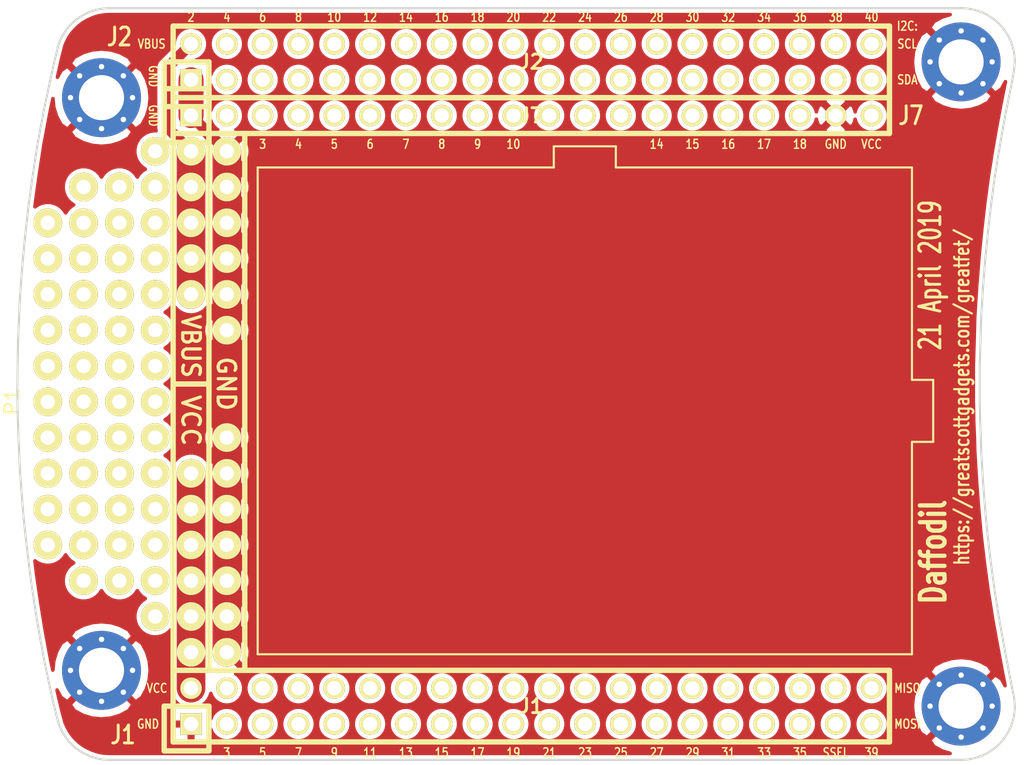
<source format=kicad_pcb>
(kicad_pcb (version 20171130) (host pcbnew 5.1.2-f72e74a~84~ubuntu18.04.1)
  (layers (0 F.Cu signal) (31 B.Cu signal) (34 B.Paste user) (35 F.Paste user) (36 B.SilkS user hide) (37 F.SilkS user) (38 B.Mask user) (39 F.Mask user) (44 Edge.Cuts user))
  (net 0 "")
  (net 1 GND)
  (net 2 VCC)
  (net 3 /VBUS)
  (net 4 /P4_9)
  (net 5 /P0_0)
  (net 6 /P4_10)
  (net 7 /P0_1)
  (net 8 /P1_0)
  (net 9 /P5_0)
  (net 10 /P5_1)
  (net 11 /P1_1)
  (net 12 /CLK0)
  (net 13 /P1_2)
  (net 14 /P1_5)
  (net 15 /P5_2)
  (net 16 /P1_7)
  (net 17 /P1_6)
  (net 18 /P1_9)
  (net 19 /P1_8)
  (net 20 /P5_3)
  (net 21 /P1_10)
  (net 22 /P1_12)
  (net 23 /P1_11)
  (net 24 /P5_5)
  (net 25 /P5_4)
  (net 26 /P1_14)
  (net 27 /P1_13)
  (net 28 /P5_6)
  (net 29 /P1_15)
  (net 30 /P5_7)
  (net 31 /P1_16)
  (net 32 /P1_18)
  (net 33 /P1_17)
  (net 34 /P9_5)
  (net 35 /P9_6)
  (net 36 /P2_0)
  (net 37 /P6_0)
  (net 38 /P1_20)
  (net 39 /P1_19)
  (net 40 /P1_4)
  (net 41 /P1_3)
  (net 42 /P4_8)
  (net 43 /P4_0)
  (net 44 /ADC0_0)
  (net 45 /P4_5)
  (net 46 /P4_4)
  (net 47 /P4_2)
  (net 48 /P4_3)
  (net 49 /P4_6)
  (net 50 /P4_7)
  (net 51 /CLK2)
  (net 52 /P2_8)
  (net 53 /P2_7)
  (net 54 /P2_6)
  (net 55 /P7_7)
  (net 56 /WAKEUP0)
  (net 57 /P2_5)
  (net 58 /P2_4)
  (net 59 /P2_3)
  (net 60 /PF_4)
  (net 61 /P3_2)
  (net 62 /P7_2)
  (net 63 /P3_1)
  (net 64 /P7_1)
  (net 65 /P3_0)
  (net 66 /P7_0)
  (net 67 /P3_4)
  (net 68 /P6_8)
  (net 69 /P3_7)
  (net 70 /P6_7)
  (net 71 /P3_3)
  (net 72 /P2_2)
  (net 73 /P6_6)
  (net 74 /P2_1)
  (net 75 /P6_3)
  (net 76 /P3_5)
  (net 77 /P3_6)
  (net 78 /I2C0_SDA)
  (net 79 /I2C0_SCL)
  (net 80 /P6_4)
  (net 81 /P6_5)
  (net 82 /ADC0_5)
  (net 83 /ADC0_2)
  (net 84 /P2_9)
  (net 85 /P2_12)
  (net 86 /P2_13)
  (net 87 /RTC_ALARM)
  (net 88 /RESET)
  (net 89 /VBAT)
  (net 90 /P2_11)
  (net 91 /P2_10)
  (net 92 /P6_10)
  (net 93 /P6_9)
  (net 94 /P6_2)
  (net 95 /P6_1)
  (net 96 "Net-(P1-Pad31)")
  (net 97 "Net-(P1-Pad32)")
  (net 98 "Net-(P1-Pad33)")
  (net 99 "Net-(P1-Pad34)")
  (net 100 "Net-(P1-Pad35)")
  (net 101 "Net-(P1-Pad36)")
  (net 102 "Net-(P1-Pad37)")
  (net 103 "Net-(P1-Pad38)")
  (net 104 "Net-(P1-Pad39)")
  (net 105 "Net-(P1-Pad40)")
  (net 106 "Net-(P1-Pad41)")
  (net 107 "Net-(P1-Pad42)")
  (net 108 "Net-(P1-Pad43)")
  (net 109 "Net-(P1-Pad44)")
  (net 110 "Net-(P1-Pad47)")
  (net 111 "Net-(P1-Pad48)")
  (net 112 "Net-(P1-Pad49)")
  (net 113 "Net-(P1-Pad50)")
  (net 114 "Net-(P1-Pad51)")
  (net 115 "Net-(P1-Pad52)")
  (net 116 "Net-(P1-Pad53)")
  (net 117 "Net-(P1-Pad54)")
  (net 118 "Net-(P1-Pad55)")
  (net 119 "Net-(P1-Pad56)")
  (net 120 "Net-(P1-Pad57)")
  (net 121 "Net-(P1-Pad58)")
  (net 122 "Net-(P1-Pad61)")
  (net 123 "Net-(P1-Pad62)")
  (net 124 "Net-(P1-Pad64)")
  (net 125 "Net-(P1-Pad65)")
  (net 126 "Net-(P1-Pad66)")
  (net 127 "Net-(P1-Pad67)")
  (net 128 "Net-(P1-Pad68)")
  (net 129 "Net-(P1-Pad69)")
  (net 130 "Net-(P1-Pad70)")
  (net 131 "Net-(P1-Pad71)")
  (net 132 "Net-(P1-Pad72)")
  (net 133 "Net-(P1-Pad45)")
  (net 134 /32KHZ)
  (net 135 "Net-(P1-Pad25)")
  (net 136 "Net-(P1-Pad26)")
  (net 137 "Net-(P1-Pad27)")
  (net 138 "Net-(P1-Pad28)")
  (net 139 "Net-(P1-Pad29)")
  (net 140 "Net-(P1-Pad30)")
  (net 141 "Net-(P1-Pad63)")
  (net 142 "Net-(P1-Pad46)")
  (net 143 "Net-(P1-Pad59)")
  (net 144 "Net-(P1-Pad60)")
  (module gsg-modules:HEADER-1x20 (layer F.Cu) (at 146.05 76.2)
    (fp_text reference J7 (at 0 0) (layer F.SilkS) (effects (font (size 1.016 1.016) (thickness 0.2032))))
    (fp_text value BONUS_ROW hide)
    (pad 1 thru_hole rect (at -24.13 0) (size 1.524 1.524) (drill 1.016) (layers *.Cu *.Mask F.SilkS) (net 1 GND))
    (pad 2 thru_hole circle (at -21.59 0) (size 1.524 1.524) (drill 1.016) (layers *.Cu *.Mask F.SilkS) (net 80 /P6_4))
    (pad 3 thru_hole circle (at -19.05 0) (size 1.524 1.524) (drill 1.016) (layers *.Cu *.Mask F.SilkS) (net 81 /P6_5))
    (pad 4 thru_hole circle (at -16.51 0) (size 1.524 1.524) (drill 1.016) (layers *.Cu *.Mask F.SilkS) (net 82 /ADC0_5))
    (pad 5 thru_hole circle (at -13.97 0) (size 1.524 1.524) (drill 1.016) (layers *.Cu *.Mask F.SilkS) (net 83 /ADC0_2))
    (pad 6 thru_hole circle (at -11.43 0) (size 1.524 1.524) (drill 1.016) (layers *.Cu *.Mask F.SilkS) (net 84 /P2_9))
    (pad 7 thru_hole circle (at -8.89 0) (size 1.524 1.524) (drill 1.016) (layers *.Cu *.Mask F.SilkS) (net 85 /P2_12))
    (pad 8 thru_hole circle (at -6.35 0) (size 1.524 1.524) (drill 1.016) (layers *.Cu *.Mask F.SilkS) (net 86 /P2_13))
    (pad 9 thru_hole circle (at -3.81 0) (size 1.524 1.524) (drill 1.016) (layers *.Cu *.Mask F.SilkS) (net 87 /RTC_ALARM))
    (pad 10 thru_hole circle (at -1.27 0) (size 1.524 1.524) (drill 1.016) (layers *.Cu *.Mask F.SilkS) (net 134 /32KHZ))
    (pad 11 thru_hole circle (at 1.27 0) (size 1.524 1.524) (drill 1.016) (layers *.Cu *.Mask F.SilkS) (net 88 /RESET))
    (pad 12 thru_hole circle (at 3.81 0) (size 1.524 1.524) (drill 1.016) (layers *.Cu *.Mask F.SilkS) (net 89 /VBAT))
    (pad 13 thru_hole circle (at 6.35 0) (size 1.524 1.524) (drill 1.016) (layers *.Cu *.Mask F.SilkS) (net 90 /P2_11))
    (pad 14 thru_hole circle (at 8.89 0) (size 1.524 1.524) (drill 1.016) (layers *.Cu *.Mask F.SilkS) (net 91 /P2_10))
    (pad 15 thru_hole circle (at 11.43 0) (size 1.524 1.524) (drill 1.016) (layers *.Cu *.Mask F.SilkS) (net 92 /P6_10))
    (pad 16 thru_hole circle (at 13.97 0) (size 1.524 1.524) (drill 1.016) (layers *.Cu *.Mask F.SilkS) (net 93 /P6_9))
    (pad 17 thru_hole circle (at 16.51 0) (size 1.524 1.524) (drill 1.016) (layers *.Cu *.Mask F.SilkS) (net 94 /P6_2))
    (pad 18 thru_hole circle (at 19.05 0) (size 1.524 1.524) (drill 1.016) (layers *.Cu *.Mask F.SilkS) (net 95 /P6_1))
    (pad 19 thru_hole circle (at 21.59 0) (size 1.524 1.524) (drill 1.016) (layers *.Cu *.Mask F.SilkS) (net 1 GND))
    (pad 20 thru_hole circle (at 24.13 0) (size 1.524 1.524) (drill 1.016) (layers *.Cu *.Mask F.SilkS) (net 2 VCC))
  )
  (module gsg-modules:HEADER-2x20 (layer F.Cu) (at 146.05 118.11)
    (fp_text reference J1 (at 0 0) (layer F.SilkS) (effects (font (size 1.016 1.016) (thickness 0.2032))))
    (fp_text value NEIGHBOR1 hide)
    (pad 1 thru_hole rect (at -24.13 1.27) (size 1.524 1.524) (drill 1.016) (layers *.Cu *.Mask F.SilkS) (net 1 GND))
    (pad 2 thru_hole circle (at -24.13 -1.27) (size 1.524 1.524) (drill 1.016) (layers *.Cu *.Mask F.SilkS) (net 2 VCC))
    (pad 3 thru_hole circle (at -21.59 1.27) (size 1.524 1.524) (drill 1.016) (layers *.Cu *.Mask F.SilkS) (net 4 /P4_9))
    (pad 4 thru_hole circle (at -21.59 -1.27) (size 1.524 1.524) (drill 1.016) (layers *.Cu *.Mask F.SilkS) (net 5 /P0_0))
    (pad 5 thru_hole circle (at -19.05 1.27) (size 1.524 1.524) (drill 1.016) (layers *.Cu *.Mask F.SilkS) (net 6 /P4_10))
    (pad 6 thru_hole circle (at -19.05 -1.27) (size 1.524 1.524) (drill 1.016) (layers *.Cu *.Mask F.SilkS) (net 7 /P0_1))
    (pad 7 thru_hole circle (at -16.51 1.27) (size 1.524 1.524) (drill 1.016) (layers *.Cu *.Mask F.SilkS) (net 8 /P1_0))
    (pad 8 thru_hole circle (at -16.51 -1.27) (size 1.524 1.524) (drill 1.016) (layers *.Cu *.Mask F.SilkS) (net 9 /P5_0))
    (pad 9 thru_hole circle (at -13.97 1.27) (size 1.524 1.524) (drill 1.016) (layers *.Cu *.Mask F.SilkS) (net 10 /P5_1))
    (pad 10 thru_hole circle (at -13.97 -1.27) (size 1.524 1.524) (drill 1.016) (layers *.Cu *.Mask F.SilkS) (net 11 /P1_1))
    (pad 11 thru_hole circle (at -11.43 1.27) (size 1.524 1.524) (drill 1.016) (layers *.Cu *.Mask F.SilkS) (net 12 /CLK0))
    (pad 12 thru_hole circle (at -11.43 -1.27) (size 1.524 1.524) (drill 1.016) (layers *.Cu *.Mask F.SilkS) (net 13 /P1_2))
    (pad 13 thru_hole circle (at -8.89 1.27) (size 1.524 1.524) (drill 1.016) (layers *.Cu *.Mask F.SilkS) (net 14 /P1_5))
    (pad 14 thru_hole circle (at -8.89 -1.27) (size 1.524 1.524) (drill 1.016) (layers *.Cu *.Mask F.SilkS) (net 15 /P5_2))
    (pad 15 thru_hole circle (at -6.35 1.27) (size 1.524 1.524) (drill 1.016) (layers *.Cu *.Mask F.SilkS) (net 16 /P1_7))
    (pad 16 thru_hole circle (at -6.35 -1.27) (size 1.524 1.524) (drill 1.016) (layers *.Cu *.Mask F.SilkS) (net 17 /P1_6))
    (pad 17 thru_hole circle (at -3.81 1.27) (size 1.524 1.524) (drill 1.016) (layers *.Cu *.Mask F.SilkS) (net 18 /P1_9))
    (pad 18 thru_hole circle (at -3.81 -1.27) (size 1.524 1.524) (drill 1.016) (layers *.Cu *.Mask F.SilkS) (net 19 /P1_8))
    (pad 19 thru_hole circle (at -1.27 1.27) (size 1.524 1.524) (drill 1.016) (layers *.Cu *.Mask F.SilkS) (net 20 /P5_3))
    (pad 20 thru_hole circle (at -1.27 -1.27) (size 1.524 1.524) (drill 1.016) (layers *.Cu *.Mask F.SilkS) (net 21 /P1_10))
    (pad 21 thru_hole circle (at 1.27 1.27) (size 1.524 1.524) (drill 1.016) (layers *.Cu *.Mask F.SilkS) (net 22 /P1_12))
    (pad 22 thru_hole circle (at 1.27 -1.27) (size 1.524 1.524) (drill 1.016) (layers *.Cu *.Mask F.SilkS) (net 23 /P1_11))
    (pad 23 thru_hole circle (at 3.81 1.27) (size 1.524 1.524) (drill 1.016) (layers *.Cu *.Mask F.SilkS) (net 24 /P5_5))
    (pad 24 thru_hole circle (at 3.81 -1.27) (size 1.524 1.524) (drill 1.016) (layers *.Cu *.Mask F.SilkS) (net 25 /P5_4))
    (pad 25 thru_hole circle (at 6.35 1.27) (size 1.524 1.524) (drill 1.016) (layers *.Cu *.Mask F.SilkS) (net 26 /P1_14))
    (pad 26 thru_hole circle (at 6.35 -1.27) (size 1.524 1.524) (drill 1.016) (layers *.Cu *.Mask F.SilkS) (net 27 /P1_13))
    (pad 27 thru_hole circle (at 8.89 1.27) (size 1.524 1.524) (drill 1.016) (layers *.Cu *.Mask F.SilkS) (net 28 /P5_6))
    (pad 28 thru_hole circle (at 8.89 -1.27) (size 1.524 1.524) (drill 1.016) (layers *.Cu *.Mask F.SilkS) (net 29 /P1_15))
    (pad 29 thru_hole circle (at 11.43 1.27) (size 1.524 1.524) (drill 1.016) (layers *.Cu *.Mask F.SilkS) (net 30 /P5_7))
    (pad 30 thru_hole circle (at 11.43 -1.27) (size 1.524 1.524) (drill 1.016) (layers *.Cu *.Mask F.SilkS) (net 31 /P1_16))
    (pad 31 thru_hole circle (at 13.97 1.27) (size 1.524 1.524) (drill 1.016) (layers *.Cu *.Mask F.SilkS) (net 32 /P1_18))
    (pad 32 thru_hole circle (at 13.97 -1.27) (size 1.524 1.524) (drill 1.016) (layers *.Cu *.Mask F.SilkS) (net 33 /P1_17))
    (pad 33 thru_hole circle (at 16.51 1.27) (size 1.524 1.524) (drill 1.016) (layers *.Cu *.Mask F.SilkS) (net 34 /P9_5))
    (pad 34 thru_hole circle (at 16.51 -1.27) (size 1.524 1.524) (drill 1.016) (layers *.Cu *.Mask F.SilkS) (net 35 /P9_6))
    (pad 35 thru_hole circle (at 19.05 1.27) (size 1.524 1.524) (drill 1.016) (layers *.Cu *.Mask F.SilkS) (net 36 /P2_0))
    (pad 36 thru_hole circle (at 19.05 -1.27) (size 1.524 1.524) (drill 1.016) (layers *.Cu *.Mask F.SilkS) (net 37 /P6_0))
    (pad 37 thru_hole circle (at 21.59 1.27) (size 1.524 1.524) (drill 1.016) (layers *.Cu *.Mask F.SilkS) (net 38 /P1_20))
    (pad 38 thru_hole circle (at 21.59 -1.27) (size 1.524 1.524) (drill 1.016) (layers *.Cu *.Mask F.SilkS) (net 39 /P1_19))
    (pad 39 thru_hole circle (at 24.13 1.27) (size 1.524 1.524) (drill 1.016) (layers *.Cu *.Mask F.SilkS) (net 40 /P1_4))
    (pad 40 thru_hole circle (at 24.13 -1.27) (size 1.524 1.524) (drill 1.016) (layers *.Cu *.Mask F.SilkS) (net 41 /P1_3))
  )
  (module gsg-modules:HEADER-2x20 (layer F.Cu) (at 146.05 72.39)
    (fp_text reference J2 (at 0 0) (layer F.SilkS) (effects (font (size 1.016 1.016) (thickness 0.2032))))
    (fp_text value NEIGHBOR2 hide)
    (pad 1 thru_hole rect (at -24.13 1.27) (size 1.524 1.524) (drill 1.016) (layers *.Cu *.Mask F.SilkS) (net 1 GND))
    (pad 2 thru_hole circle (at -24.13 -1.27) (size 1.524 1.524) (drill 1.016) (layers *.Cu *.Mask F.SilkS) (net 3 /VBUS))
    (pad 3 thru_hole circle (at -21.59 1.27) (size 1.524 1.524) (drill 1.016) (layers *.Cu *.Mask F.SilkS) (net 42 /P4_8))
    (pad 4 thru_hole circle (at -21.59 -1.27) (size 1.524 1.524) (drill 1.016) (layers *.Cu *.Mask F.SilkS) (net 43 /P4_0))
    (pad 5 thru_hole circle (at -19.05 1.27) (size 1.524 1.524) (drill 1.016) (layers *.Cu *.Mask F.SilkS) (net 44 /ADC0_0))
    (pad 6 thru_hole circle (at -19.05 -1.27) (size 1.524 1.524) (drill 1.016) (layers *.Cu *.Mask F.SilkS) (net 45 /P4_5))
    (pad 7 thru_hole circle (at -16.51 1.27) (size 1.524 1.524) (drill 1.016) (layers *.Cu *.Mask F.SilkS) (net 46 /P4_4))
    (pad 8 thru_hole circle (at -16.51 -1.27) (size 1.524 1.524) (drill 1.016) (layers *.Cu *.Mask F.SilkS) (net 47 /P4_2))
    (pad 9 thru_hole circle (at -13.97 1.27) (size 1.524 1.524) (drill 1.016) (layers *.Cu *.Mask F.SilkS) (net 48 /P4_3))
    (pad 10 thru_hole circle (at -13.97 -1.27) (size 1.524 1.524) (drill 1.016) (layers *.Cu *.Mask F.SilkS) (net 49 /P4_6))
    (pad 11 thru_hole circle (at -11.43 1.27) (size 1.524 1.524) (drill 1.016) (layers *.Cu *.Mask F.SilkS) (net 50 /P4_7))
    (pad 12 thru_hole circle (at -11.43 -1.27) (size 1.524 1.524) (drill 1.016) (layers *.Cu *.Mask F.SilkS) (net 51 /CLK2))
    (pad 13 thru_hole circle (at -8.89 1.27) (size 1.524 1.524) (drill 1.016) (layers *.Cu *.Mask F.SilkS) (net 52 /P2_8))
    (pad 14 thru_hole circle (at -8.89 -1.27) (size 1.524 1.524) (drill 1.016) (layers *.Cu *.Mask F.SilkS) (net 53 /P2_7))
    (pad 15 thru_hole circle (at -6.35 1.27) (size 1.524 1.524) (drill 1.016) (layers *.Cu *.Mask F.SilkS) (net 54 /P2_6))
    (pad 16 thru_hole circle (at -6.35 -1.27) (size 1.524 1.524) (drill 1.016) (layers *.Cu *.Mask F.SilkS) (net 55 /P7_7))
    (pad 17 thru_hole circle (at -3.81 1.27) (size 1.524 1.524) (drill 1.016) (layers *.Cu *.Mask F.SilkS) (net 56 /WAKEUP0))
    (pad 18 thru_hole circle (at -3.81 -1.27) (size 1.524 1.524) (drill 1.016) (layers *.Cu *.Mask F.SilkS) (net 57 /P2_5))
    (pad 19 thru_hole circle (at -1.27 1.27) (size 1.524 1.524) (drill 1.016) (layers *.Cu *.Mask F.SilkS) (net 58 /P2_4))
    (pad 20 thru_hole circle (at -1.27 -1.27) (size 1.524 1.524) (drill 1.016) (layers *.Cu *.Mask F.SilkS) (net 59 /P2_3))
    (pad 21 thru_hole circle (at 1.27 1.27) (size 1.524 1.524) (drill 1.016) (layers *.Cu *.Mask F.SilkS) (net 60 /PF_4))
    (pad 22 thru_hole circle (at 1.27 -1.27) (size 1.524 1.524) (drill 1.016) (layers *.Cu *.Mask F.SilkS) (net 61 /P3_2))
    (pad 23 thru_hole circle (at 3.81 1.27) (size 1.524 1.524) (drill 1.016) (layers *.Cu *.Mask F.SilkS) (net 62 /P7_2))
    (pad 24 thru_hole circle (at 3.81 -1.27) (size 1.524 1.524) (drill 1.016) (layers *.Cu *.Mask F.SilkS) (net 63 /P3_1))
    (pad 25 thru_hole circle (at 6.35 1.27) (size 1.524 1.524) (drill 1.016) (layers *.Cu *.Mask F.SilkS) (net 64 /P7_1))
    (pad 26 thru_hole circle (at 6.35 -1.27) (size 1.524 1.524) (drill 1.016) (layers *.Cu *.Mask F.SilkS) (net 65 /P3_0))
    (pad 27 thru_hole circle (at 8.89 1.27) (size 1.524 1.524) (drill 1.016) (layers *.Cu *.Mask F.SilkS) (net 66 /P7_0))
    (pad 28 thru_hole circle (at 8.89 -1.27) (size 1.524 1.524) (drill 1.016) (layers *.Cu *.Mask F.SilkS) (net 67 /P3_4))
    (pad 29 thru_hole circle (at 11.43 1.27) (size 1.524 1.524) (drill 1.016) (layers *.Cu *.Mask F.SilkS) (net 68 /P6_8))
    (pad 30 thru_hole circle (at 11.43 -1.27) (size 1.524 1.524) (drill 1.016) (layers *.Cu *.Mask F.SilkS) (net 69 /P3_7))
    (pad 31 thru_hole circle (at 13.97 1.27) (size 1.524 1.524) (drill 1.016) (layers *.Cu *.Mask F.SilkS) (net 70 /P6_7))
    (pad 32 thru_hole circle (at 13.97 -1.27) (size 1.524 1.524) (drill 1.016) (layers *.Cu *.Mask F.SilkS) (net 71 /P3_3))
    (pad 33 thru_hole circle (at 16.51 1.27) (size 1.524 1.524) (drill 1.016) (layers *.Cu *.Mask F.SilkS) (net 72 /P2_2))
    (pad 34 thru_hole circle (at 16.51 -1.27) (size 1.524 1.524) (drill 1.016) (layers *.Cu *.Mask F.SilkS) (net 73 /P6_6))
    (pad 35 thru_hole circle (at 19.05 1.27) (size 1.524 1.524) (drill 1.016) (layers *.Cu *.Mask F.SilkS) (net 74 /P2_1))
    (pad 36 thru_hole circle (at 19.05 -1.27) (size 1.524 1.524) (drill 1.016) (layers *.Cu *.Mask F.SilkS) (net 75 /P6_3))
    (pad 37 thru_hole circle (at 21.59 1.27) (size 1.524 1.524) (drill 1.016) (layers *.Cu *.Mask F.SilkS) (net 76 /P3_5))
    (pad 38 thru_hole circle (at 21.59 -1.27) (size 1.524 1.524) (drill 1.016) (layers *.Cu *.Mask F.SilkS) (net 77 /P3_6))
    (pad 39 thru_hole circle (at 24.13 1.27) (size 1.524 1.524) (drill 1.016) (layers *.Cu *.Mask F.SilkS) (net 78 /I2C0_SDA))
    (pad 40 thru_hole circle (at 24.13 -1.27) (size 1.524 1.524) (drill 1.016) (layers *.Cu *.Mask F.SilkS) (net 79 /I2C0_SCL))
  )
  (module gsg-modules:HOLE126MIL-COPPER (layer F.Cu) (at 115.57 74.93)
    (fp_text reference MH1 hide)
    (fp_text value MOUNTING_HOLE hide)
    (pad 1 thru_hole circle (at 0 0) (size 5.6 5.6) (drill 3.2004) (layers *.Cu *.Mask) (net 1 GND))
    (pad 1 thru_hole circle (at 0 -2.2) (size 0.6 0.6) (drill 0.381) (layers *.Cu *.Mask) (net 1 GND))
    (pad 1 thru_hole circle (at -2.2 0) (size 0.6 0.6) (drill 0.381) (layers *.Cu *.Mask) (net 1 GND))
    (pad 1 thru_hole circle (at 0 2.2) (size 0.6 0.6) (drill 0.381) (layers *.Cu *.Mask) (net 1 GND))
    (pad 1 thru_hole circle (at 2.2 0) (size 0.6 0.6) (drill 0.381) (layers *.Cu *.Mask) (net 1 GND))
    (pad 1 thru_hole circle (at 1.55 -1.55) (size 0.6 0.6) (drill 0.381) (layers *.Cu *.Mask) (net 1 GND))
    (pad 1 thru_hole circle (at -1.55 -1.55) (size 0.6 0.6) (drill 0.381) (layers *.Cu *.Mask) (net 1 GND))
    (pad 1 thru_hole circle (at -1.55 1.55) (size 0.6 0.6) (drill 0.381) (layers *.Cu *.Mask) (net 1 GND))
    (pad 1 thru_hole circle (at 1.55 1.55) (size 0.6 0.6) (drill 0.381) (layers *.Cu *.Mask) (net 1 GND))
  )
  (module gsg-modules:HOLE126MIL-COPPER (layer F.Cu) (at 115.57 115.57)
    (fp_text reference MH2 hide)
    (fp_text value MOUNTING_HOLE hide)
    (pad 1 thru_hole circle (at 0 0) (size 5.6 5.6) (drill 3.2004) (layers *.Cu *.Mask) (net 1 GND))
    (pad 1 thru_hole circle (at 0 -2.2) (size 0.6 0.6) (drill 0.381) (layers *.Cu *.Mask) (net 1 GND))
    (pad 1 thru_hole circle (at -2.2 0) (size 0.6 0.6) (drill 0.381) (layers *.Cu *.Mask) (net 1 GND))
    (pad 1 thru_hole circle (at 0 2.2) (size 0.6 0.6) (drill 0.381) (layers *.Cu *.Mask) (net 1 GND))
    (pad 1 thru_hole circle (at 2.2 0) (size 0.6 0.6) (drill 0.381) (layers *.Cu *.Mask) (net 1 GND))
    (pad 1 thru_hole circle (at 1.55 -1.55) (size 0.6 0.6) (drill 0.381) (layers *.Cu *.Mask) (net 1 GND))
    (pad 1 thru_hole circle (at -1.55 -1.55) (size 0.6 0.6) (drill 0.381) (layers *.Cu *.Mask) (net 1 GND))
    (pad 1 thru_hole circle (at -1.55 1.55) (size 0.6 0.6) (drill 0.381) (layers *.Cu *.Mask) (net 1 GND))
    (pad 1 thru_hole circle (at 1.55 1.55) (size 0.6 0.6) (drill 0.381) (layers *.Cu *.Mask) (net 1 GND))
  )
  (module gsg-modules:HOLE126MIL-COPPER (layer F.Cu) (at 176.53 118.11)
    (fp_text reference MH3 hide)
    (fp_text value MOUNTING_HOLE hide)
    (pad 1 thru_hole circle (at 0 0) (size 5.6 5.6) (drill 3.2004) (layers *.Cu *.Mask) (net 1 GND))
    (pad 1 thru_hole circle (at 0 -2.2) (size 0.6 0.6) (drill 0.381) (layers *.Cu *.Mask) (net 1 GND))
    (pad 1 thru_hole circle (at -2.2 0) (size 0.6 0.6) (drill 0.381) (layers *.Cu *.Mask) (net 1 GND))
    (pad 1 thru_hole circle (at 0 2.2) (size 0.6 0.6) (drill 0.381) (layers *.Cu *.Mask) (net 1 GND))
    (pad 1 thru_hole circle (at 2.2 0) (size 0.6 0.6) (drill 0.381) (layers *.Cu *.Mask) (net 1 GND))
    (pad 1 thru_hole circle (at 1.55 -1.55) (size 0.6 0.6) (drill 0.381) (layers *.Cu *.Mask) (net 1 GND))
    (pad 1 thru_hole circle (at -1.55 -1.55) (size 0.6 0.6) (drill 0.381) (layers *.Cu *.Mask) (net 1 GND))
    (pad 1 thru_hole circle (at -1.55 1.55) (size 0.6 0.6) (drill 0.381) (layers *.Cu *.Mask) (net 1 GND))
    (pad 1 thru_hole circle (at 1.55 1.55) (size 0.6 0.6) (drill 0.381) (layers *.Cu *.Mask) (net 1 GND))
  )
  (module gsg-modules:HOLE126MIL-COPPER (layer F.Cu) (at 176.53 72.39)
    (fp_text reference MH4 hide)
    (fp_text value MOUNTING_HOLE hide)
    (pad 1 thru_hole circle (at 0 0) (size 5.6 5.6) (drill 3.2004) (layers *.Cu *.Mask) (net 1 GND))
    (pad 1 thru_hole circle (at 0 -2.2) (size 0.6 0.6) (drill 0.381) (layers *.Cu *.Mask) (net 1 GND))
    (pad 1 thru_hole circle (at -2.2 0) (size 0.6 0.6) (drill 0.381) (layers *.Cu *.Mask) (net 1 GND))
    (pad 1 thru_hole circle (at 0 2.2) (size 0.6 0.6) (drill 0.381) (layers *.Cu *.Mask) (net 1 GND))
    (pad 1 thru_hole circle (at 2.2 0) (size 0.6 0.6) (drill 0.381) (layers *.Cu *.Mask) (net 1 GND))
    (pad 1 thru_hole circle (at 1.55 -1.55) (size 0.6 0.6) (drill 0.381) (layers *.Cu *.Mask) (net 1 GND))
    (pad 1 thru_hole circle (at -1.55 -1.55) (size 0.6 0.6) (drill 0.381) (layers *.Cu *.Mask) (net 1 GND))
    (pad 1 thru_hole circle (at -1.55 1.55) (size 0.6 0.6) (drill 0.381) (layers *.Cu *.Mask) (net 1 GND))
    (pad 1 thru_hole circle (at 1.55 1.55) (size 0.6 0.6) (drill 0.381) (layers *.Cu *.Mask) (net 1 GND))
  )
  (module gsg-modules:GREATFET-PROTO-AREA (layer F.Cu) (at 124.46 96.51)
    (fp_text reference P1 (at -15.24 0 270) (layer F.SilkS))
    (fp_text value GREATFET-PROTO-AREA hide)
    (pad 2 thru_hole circle (at 0 -15.24) (size 2.032 2.032) (drill 1.016) (layers *.Cu *.Mask F.SilkS) (net 1 GND))
    (pad 3 thru_hole circle (at 0 -12.7) (size 2.032 2.032) (drill 1.016) (layers *.Cu *.Mask F.SilkS) (net 1 GND))
    (pad 4 thru_hole circle (at 0 -10.16) (size 2.032 2.032) (drill 1.016) (layers *.Cu *.Mask F.SilkS) (net 1 GND))
    (pad 5 thru_hole circle (at 0 -7.62) (size 2.032 2.032) (drill 1.016) (layers *.Cu *.Mask F.SilkS) (net 1 GND))
    (pad 6 thru_hole circle (at 0 -5.08) (size 2.032 2.032) (drill 1.016) (layers *.Cu *.Mask F.SilkS) (net 1 GND))
    (pad 7 thru_hole circle (at 0 2.54) (size 2.032 2.032) (drill 1.016) (layers *.Cu *.Mask F.SilkS) (net 1 GND))
    (pad 8 thru_hole circle (at 0 5.08) (size 2.032 2.032) (drill 1.016) (layers *.Cu *.Mask F.SilkS) (net 1 GND))
    (pad 9 thru_hole circle (at 0 7.62) (size 2.032 2.032) (drill 1.016) (layers *.Cu *.Mask F.SilkS) (net 1 GND))
    (pad 10 thru_hole circle (at 0 10.16) (size 2.032 2.032) (drill 1.016) (layers *.Cu *.Mask F.SilkS) (net 1 GND))
    (pad 11 thru_hole circle (at 0 12.7) (size 2.032 2.032) (drill 1.016) (layers *.Cu *.Mask F.SilkS) (net 1 GND))
    (pad 12 thru_hole circle (at 0 15.24) (size 2.032 2.032) (drill 1.016) (layers *.Cu *.Mask F.SilkS) (net 1 GND))
    (pad 13 thru_hole circle (at 0 17.78) (size 2.032 2.032) (drill 1.016) (layers *.Cu *.Mask F.SilkS) (net 1 GND))
    (pad 14 thru_hole circle (at -2.54 -17.78) (size 2.032 2.032) (drill 1.016) (layers *.Cu *.Mask F.SilkS) (net 3 /VBUS))
    (pad 15 thru_hole circle (at -2.54 -15.24) (size 2.032 2.032) (drill 1.016) (layers *.Cu *.Mask F.SilkS) (net 3 /VBUS))
    (pad 16 thru_hole circle (at -2.54 -12.7) (size 2.032 2.032) (drill 1.016) (layers *.Cu *.Mask F.SilkS) (net 3 /VBUS))
    (pad 17 thru_hole circle (at -2.54 -10.16) (size 2.032 2.032) (drill 1.016) (layers *.Cu *.Mask F.SilkS) (net 3 /VBUS))
    (pad 18 thru_hole circle (at -2.54 -7.62) (size 2.032 2.032) (drill 1.016) (layers *.Cu *.Mask F.SilkS) (net 3 /VBUS))
    (pad 19 thru_hole circle (at -2.54 5.08) (size 2.032 2.032) (drill 1.016) (layers *.Cu *.Mask F.SilkS) (net 2 VCC))
    (pad 20 thru_hole circle (at -2.54 7.62) (size 2.032 2.032) (drill 1.016) (layers *.Cu *.Mask F.SilkS) (net 2 VCC))
    (pad 21 thru_hole circle (at -2.54 10.16) (size 2.032 2.032) (drill 1.016) (layers *.Cu *.Mask F.SilkS) (net 2 VCC))
    (pad 22 thru_hole circle (at -2.54 12.7) (size 2.032 2.032) (drill 1.016) (layers *.Cu *.Mask F.SilkS) (net 2 VCC))
    (pad 23 thru_hole circle (at -2.54 15.24) (size 2.032 2.032) (drill 1.016) (layers *.Cu *.Mask F.SilkS) (net 2 VCC))
    (pad 24 thru_hole circle (at -2.54 17.78) (size 2.032 2.032) (drill 1.016) (layers *.Cu *.Mask F.SilkS) (net 2 VCC))
    (pad 25 thru_hole circle (at -5.08 -17.78) (size 2.032 2.032) (drill 1.016) (layers *.Cu *.Mask F.SilkS) (net 135 "Net-(P1-Pad25)"))
    (pad 26 thru_hole circle (at -5.08 -15.24) (size 2.032 2.032) (drill 1.016) (layers *.Cu *.Mask F.SilkS) (net 136 "Net-(P1-Pad26)"))
    (pad 27 thru_hole circle (at -5.08 -12.7) (size 2.032 2.032) (drill 1.016) (layers *.Cu *.Mask F.SilkS) (net 137 "Net-(P1-Pad27)"))
    (pad 28 thru_hole circle (at -5.08 -10.16) (size 2.032 2.032) (drill 1.016) (layers *.Cu *.Mask F.SilkS) (net 138 "Net-(P1-Pad28)"))
    (pad 29 thru_hole circle (at -5.08 -7.62) (size 2.032 2.032) (drill 1.016) (layers *.Cu *.Mask F.SilkS) (net 139 "Net-(P1-Pad29)"))
    (pad 30 thru_hole circle (at -5.08 -5.08) (size 2.032 2.032) (drill 1.016) (layers *.Cu *.Mask F.SilkS) (net 140 "Net-(P1-Pad30)"))
    (pad 31 thru_hole circle (at -5.08 -2.54) (size 2.032 2.032) (drill 1.016) (layers *.Cu *.Mask F.SilkS) (net 96 "Net-(P1-Pad31)"))
    (pad 32 thru_hole circle (at -5.08 0) (size 2.032 2.032) (drill 1.016) (layers *.Cu *.Mask F.SilkS) (net 97 "Net-(P1-Pad32)"))
    (pad 33 thru_hole circle (at -5.08 2.54) (size 2.032 2.032) (drill 1.016) (layers *.Cu *.Mask F.SilkS) (net 98 "Net-(P1-Pad33)"))
    (pad 34 thru_hole circle (at -5.08 5.08) (size 2.032 2.032) (drill 1.016) (layers *.Cu *.Mask F.SilkS) (net 99 "Net-(P1-Pad34)"))
    (pad 35 thru_hole circle (at -5.08 7.62) (size 2.032 2.032) (drill 1.016) (layers *.Cu *.Mask F.SilkS) (net 100 "Net-(P1-Pad35)"))
    (pad 36 thru_hole circle (at -5.08 10.16) (size 2.032 2.032) (drill 1.016) (layers *.Cu *.Mask F.SilkS) (net 101 "Net-(P1-Pad36)"))
    (pad 37 thru_hole circle (at -5.08 12.7) (size 2.032 2.032) (drill 1.016) (layers *.Cu *.Mask F.SilkS) (net 102 "Net-(P1-Pad37)"))
    (pad 38 thru_hole circle (at -5.08 15.24) (size 2.032 2.032) (drill 1.016) (layers *.Cu *.Mask F.SilkS) (net 103 "Net-(P1-Pad38)"))
    (pad 39 thru_hole circle (at -7.62 -15.24) (size 2.032 2.032) (drill 1.016) (layers *.Cu *.Mask F.SilkS) (net 104 "Net-(P1-Pad39)"))
    (pad 40 thru_hole circle (at -7.62 -12.7) (size 2.032 2.032) (drill 1.016) (layers *.Cu *.Mask F.SilkS) (net 105 "Net-(P1-Pad40)"))
    (pad 41 thru_hole circle (at -7.62 -10.16) (size 2.032 2.032) (drill 1.016) (layers *.Cu *.Mask F.SilkS) (net 106 "Net-(P1-Pad41)"))
    (pad 42 thru_hole circle (at -7.62 -7.62) (size 2.032 2.032) (drill 1.016) (layers *.Cu *.Mask F.SilkS) (net 107 "Net-(P1-Pad42)"))
    (pad 43 thru_hole circle (at -7.62 -5.08) (size 2.032 2.032) (drill 1.016) (layers *.Cu *.Mask F.SilkS) (net 108 "Net-(P1-Pad43)"))
    (pad 44 thru_hole circle (at -7.62 -2.54) (size 2.032 2.032) (drill 1.016) (layers *.Cu *.Mask F.SilkS) (net 109 "Net-(P1-Pad44)"))
    (pad 45 thru_hole circle (at -7.62 0) (size 2.032 2.032) (drill 1.016) (layers *.Cu *.Mask F.SilkS) (net 133 "Net-(P1-Pad45)"))
    (pad 46 thru_hole circle (at -7.62 2.54) (size 2.032 2.032) (drill 1.016) (layers *.Cu *.Mask F.SilkS) (net 142 "Net-(P1-Pad46)"))
    (pad 47 thru_hole circle (at -7.62 5.08) (size 2.032 2.032) (drill 1.016) (layers *.Cu *.Mask F.SilkS) (net 110 "Net-(P1-Pad47)"))
    (pad 48 thru_hole circle (at -7.62 7.62) (size 2.032 2.032) (drill 1.016) (layers *.Cu *.Mask F.SilkS) (net 111 "Net-(P1-Pad48)"))
    (pad 49 thru_hole circle (at -7.62 10.16) (size 2.032 2.032) (drill 1.016) (layers *.Cu *.Mask F.SilkS) (net 112 "Net-(P1-Pad49)"))
    (pad 50 thru_hole circle (at -7.62 12.7) (size 2.032 2.032) (drill 1.016) (layers *.Cu *.Mask F.SilkS) (net 113 "Net-(P1-Pad50)"))
    (pad 51 thru_hole circle (at -10.16 -15.24) (size 2.032 2.032) (drill 1.016) (layers *.Cu *.Mask F.SilkS) (net 114 "Net-(P1-Pad51)"))
    (pad 52 thru_hole circle (at -10.16 -12.7) (size 2.032 2.032) (drill 1.016) (layers *.Cu *.Mask F.SilkS) (net 115 "Net-(P1-Pad52)"))
    (pad 53 thru_hole circle (at -10.16 -10.16) (size 2.032 2.032) (drill 1.016) (layers *.Cu *.Mask F.SilkS) (net 116 "Net-(P1-Pad53)"))
    (pad 54 thru_hole circle (at -10.16 -7.62) (size 2.032 2.032) (drill 1.016) (layers *.Cu *.Mask F.SilkS) (net 117 "Net-(P1-Pad54)"))
    (pad 55 thru_hole circle (at -10.16 -5.08) (size 2.032 2.032) (drill 1.016) (layers *.Cu *.Mask F.SilkS) (net 118 "Net-(P1-Pad55)"))
    (pad 56 thru_hole circle (at -10.16 -2.54) (size 2.032 2.032) (drill 1.016) (layers *.Cu *.Mask F.SilkS) (net 119 "Net-(P1-Pad56)"))
    (pad 57 thru_hole circle (at -10.16 0) (size 2.032 2.032) (drill 1.016) (layers *.Cu *.Mask F.SilkS) (net 120 "Net-(P1-Pad57)"))
    (pad 58 thru_hole circle (at -10.16 2.54) (size 2.032 2.032) (drill 1.016) (layers *.Cu *.Mask F.SilkS) (net 121 "Net-(P1-Pad58)"))
    (pad 59 thru_hole circle (at -10.16 5.08) (size 2.032 2.032) (drill 1.016) (layers *.Cu *.Mask F.SilkS) (net 143 "Net-(P1-Pad59)"))
    (pad 60 thru_hole circle (at -10.16 7.62) (size 2.032 2.032) (drill 1.016) (layers *.Cu *.Mask F.SilkS) (net 144 "Net-(P1-Pad60)"))
    (pad 61 thru_hole circle (at -10.16 10.16) (size 2.032 2.032) (drill 1.016) (layers *.Cu *.Mask F.SilkS) (net 122 "Net-(P1-Pad61)"))
    (pad 62 thru_hole circle (at -10.16 12.7) (size 2.032 2.032) (drill 1.016) (layers *.Cu *.Mask F.SilkS) (net 123 "Net-(P1-Pad62)"))
    (pad 64 thru_hole circle (at -12.7 -10.16) (size 2.032 2.032) (drill 1.016) (layers *.Cu *.Mask F.SilkS) (net 124 "Net-(P1-Pad64)"))
    (pad 65 thru_hole circle (at -12.7 -7.62) (size 2.032 2.032) (drill 1.016) (layers *.Cu *.Mask F.SilkS) (net 125 "Net-(P1-Pad65)"))
    (pad 66 thru_hole circle (at -12.7 -5.08) (size 2.032 2.032) (drill 1.016) (layers *.Cu *.Mask F.SilkS) (net 126 "Net-(P1-Pad66)"))
    (pad 67 thru_hole circle (at -12.7 -2.54) (size 2.032 2.032) (drill 1.016) (layers *.Cu *.Mask F.SilkS) (net 127 "Net-(P1-Pad67)"))
    (pad 68 thru_hole circle (at -12.7 0) (size 2.032 2.032) (drill 1.016) (layers *.Cu *.Mask F.SilkS) (net 128 "Net-(P1-Pad68)"))
    (pad 69 thru_hole circle (at -12.7 2.54) (size 2.032 2.032) (drill 1.016) (layers *.Cu *.Mask F.SilkS) (net 129 "Net-(P1-Pad69)"))
    (pad 70 thru_hole circle (at -12.7 5.08) (size 2.032 2.032) (drill 1.016) (layers *.Cu *.Mask F.SilkS) (net 130 "Net-(P1-Pad70)"))
    (pad 71 thru_hole circle (at -12.7 7.62) (size 2.032 2.032) (drill 1.016) (layers *.Cu *.Mask F.SilkS) (net 131 "Net-(P1-Pad71)"))
    (pad 72 thru_hole circle (at -12.7 10.16) (size 2.032 2.032) (drill 1.016) (layers *.Cu *.Mask F.SilkS) (net 132 "Net-(P1-Pad72)"))
    (pad 63 thru_hole circle (at -12.7 -12.7) (size 2.032 2.032) (drill 1.016) (layers *.Cu *.Mask F.SilkS) (net 141 "Net-(P1-Pad63)"))
    (pad 1 thru_hole circle (at 0 -17.78) (size 2.032 2.032) (drill 1.016) (layers *.Cu *.Mask F.SilkS) (net 1 GND))
  )
  (gr_line (start 173.045 79.884) (end 173.045 94.956) (layer F.SilkS) (width 0.15))
  (gr_line (start 174.550322 99.356534) (end 174.550322 94.956534) (layer F.SilkS) (width 0.15))
  (gr_line (start 174.550322 94.956534) (end 173.050322 94.956534) (layer F.SilkS) (width 0.15))
  (gr_line (start 173.050322 99.356534) (end 174.550322 99.356534) (layer F.SilkS) (width 0.15))
  (gr_line (start 152.045 78.384) (end 147.645 78.384) (layer F.SilkS) (width 0.15))
  (gr_line (start 147.645 78.384) (end 147.645 79.884) (layer F.SilkS) (width 0.15))
  (gr_line (start 126.645 79.884) (end 147.645 79.884) (layer F.SilkS) (width 0.15))
  (gr_line (start 152.045 79.884) (end 152.045 78.384) (layer F.SilkS) (width 0.15))
  (gr_text 39 (at 170.18 121.412) (layer F.SilkS) (effects (font (size 0.635 0.508) (thickness 0.1016))))
  (gr_text 35 (at 165.1 121.412) (layer F.SilkS) (effects (font (size 0.635 0.508) (thickness 0.1016))))
  (gr_text 33 (at 162.56 121.412) (layer F.SilkS) (effects (font (size 0.635 0.508) (thickness 0.1016))))
  (gr_text 31 (at 160.02 121.412) (layer F.SilkS) (effects (font (size 0.635 0.508) (thickness 0.1016))))
  (gr_text 29 (at 157.48 121.412) (layer F.SilkS) (effects (font (size 0.635 0.508) (thickness 0.1016))))
  (gr_text 27 (at 154.94 121.412) (layer F.SilkS) (effects (font (size 0.635 0.508) (thickness 0.1016))))
  (gr_text 25 (at 152.4 121.412) (layer F.SilkS) (effects (font (size 0.635 0.508) (thickness 0.1016))))
  (gr_text 23 (at 149.86 121.412) (layer F.SilkS) (effects (font (size 0.635 0.508) (thickness 0.1016))))
  (gr_text 21 (at 147.32 121.412) (layer F.SilkS) (effects (font (size 0.635 0.508) (thickness 0.1016))))
  (gr_text 19 (at 144.78 121.412) (layer F.SilkS) (effects (font (size 0.635 0.508) (thickness 0.1016))))
  (gr_text 17 (at 142.24 121.412) (layer F.SilkS) (effects (font (size 0.635 0.508) (thickness 0.1016))))
  (gr_text 15 (at 139.7 121.412) (layer F.SilkS) (effects (font (size 0.635 0.508) (thickness 0.1016))))
  (gr_text 13 (at 137.16 121.412) (layer F.SilkS) (effects (font (size 0.635 0.508) (thickness 0.1016))))
  (gr_text 11 (at 134.62 121.412) (layer F.SilkS) (effects (font (size 0.635 0.508) (thickness 0.1016))))
  (gr_text 9 (at 132.08 121.412) (layer F.SilkS) (effects (font (size 0.635 0.508) (thickness 0.1016))))
  (gr_text 7 (at 129.54 121.412) (layer F.SilkS) (effects (font (size 0.635 0.508) (thickness 0.1016))))
  (gr_text 18 (at 165.1 78.232) (layer F.SilkS) (effects (font (size 0.635 0.508) (thickness 0.1016))))
  (gr_text 17 (at 162.56 78.232) (layer F.SilkS) (effects (font (size 0.635 0.508) (thickness 0.1016))))
  (gr_text 16 (at 160.02 78.232) (layer F.SilkS) (effects (font (size 0.635 0.508) (thickness 0.1016))))
  (gr_text 15 (at 157.48 78.232) (layer F.SilkS) (effects (font (size 0.635 0.508) (thickness 0.1016))))
  (gr_text 14 (at 154.94 78.232) (layer F.SilkS) (effects (font (size 0.635 0.508) (thickness 0.1016))))
  (gr_text 10 (at 144.78 78.232) (layer F.SilkS) (effects (font (size 0.635 0.508) (thickness 0.1016))))
  (gr_text 9 (at 142.24 78.232) (layer F.SilkS) (effects (font (size 0.635 0.508) (thickness 0.1016))))
  (gr_text 8 (at 139.7 78.232) (layer F.SilkS) (effects (font (size 0.635 0.508) (thickness 0.1016))))
  (gr_text 7 (at 137.16 78.232) (layer F.SilkS) (effects (font (size 0.635 0.508) (thickness 0.1016))))
  (gr_text 6 (at 134.62 78.232) (layer F.SilkS) (effects (font (size 0.635 0.508) (thickness 0.1016))))
  (gr_text 5 (at 132.08 78.232) (layer F.SilkS) (effects (font (size 0.635 0.508) (thickness 0.1016))))
  (gr_text 40 (at 170.18 69.215) (layer F.SilkS) (effects (font (size 0.635 0.508) (thickness 0.1016))))
  (gr_text 38 (at 167.64 69.215) (layer F.SilkS) (effects (font (size 0.635 0.508) (thickness 0.1016))))
  (gr_text 36 (at 165.1 69.215) (layer F.SilkS) (effects (font (size 0.635 0.508) (thickness 0.1016))))
  (gr_text 34 (at 162.56 69.215) (layer F.SilkS) (effects (font (size 0.635 0.508) (thickness 0.1016))))
  (gr_text 32 (at 160.02 69.215) (layer F.SilkS) (effects (font (size 0.635 0.508) (thickness 0.1016))))
  (gr_text 30 (at 157.48 69.215) (layer F.SilkS) (effects (font (size 0.635 0.508) (thickness 0.1016))))
  (gr_text 28 (at 154.94 69.215) (layer F.SilkS) (effects (font (size 0.635 0.508) (thickness 0.1016))))
  (gr_text 26 (at 152.4 69.215) (layer F.SilkS) (effects (font (size 0.635 0.508) (thickness 0.1016))))
  (gr_text 24 (at 149.86 69.215) (layer F.SilkS) (effects (font (size 0.635 0.508) (thickness 0.1016))))
  (gr_text 22 (at 147.32 69.215) (layer F.SilkS) (effects (font (size 0.635 0.508) (thickness 0.1016))))
  (gr_text 20 (at 144.78 69.215) (layer F.SilkS) (effects (font (size 0.635 0.508) (thickness 0.1016))))
  (gr_text 18 (at 142.24 69.215) (layer F.SilkS) (effects (font (size 0.635 0.508) (thickness 0.1016))))
  (gr_text 16 (at 139.7 69.215) (layer F.SilkS) (effects (font (size 0.635 0.508) (thickness 0.1016))))
  (gr_text 14 (at 137.16 69.215) (layer F.SilkS) (effects (font (size 0.635 0.508) (thickness 0.1016))))
  (gr_text 12 (at 134.62 69.215) (layer F.SilkS) (effects (font (size 0.635 0.508) (thickness 0.1016))))
  (gr_text 10 (at 132.08 69.215) (layer F.SilkS) (effects (font (size 0.635 0.508) (thickness 0.1016))))
  (gr_text 8 (at 129.54 69.215) (layer F.SilkS) (effects (font (size 0.635 0.508) (thickness 0.1016))))
  (gr_text 6 (at 127 69.215) (layer F.SilkS) (effects (font (size 0.635 0.508) (thickness 0.1016))))
  (gr_text 4 (at 129.54 78.232) (layer F.SilkS) (effects (font (size 0.635 0.508) (thickness 0.1016))))
  (gr_text 3 (at 127 78.232) (layer F.SilkS) (effects (font (size 0.635 0.508) (thickness 0.1016))))
  (gr_text 4 (at 124.46 69.215) (layer F.SilkS) (effects (font (size 0.635 0.508) (thickness 0.1016))))
  (gr_text 2 (at 121.92 69.215) (layer F.SilkS) (effects (font (size 0.635 0.508) (thickness 0.1016))))
  (gr_text 5 (at 127 121.412) (layer F.SilkS) (effects (font (size 0.635 0.508) (thickness 0.1016))))
  (gr_text 3 (at 124.46 121.412) (layer F.SilkS) (effects (font (size 0.635 0.508) (thickness 0.1016))))
  (gr_text GND (at 119.253 76.2 270) (layer F.SilkS) (effects (font (size 0.635 0.508) (thickness 0.1016))))
  (gr_text VCC (at 170.18 78.232) (layer F.SilkS) (effects (font (size 0.635 0.508) (thickness 0.1016))))
  (gr_text GND (at 167.64 78.232) (layer F.SilkS) (effects (font (size 0.635 0.508) (thickness 0.1016))))
  (gr_text VCC (at 121.9 97.84 270) (layer F.SilkS) (effects (font (size 1.25 1.25) (thickness 0.225))))
  (gr_text VBUS (at 121.9 92.57 270) (layer F.SilkS) (effects (font (size 1.25 1.15) (thickness 0.225))))
  (gr_text GND (at 124.41 95.23 270) (layer F.SilkS) (effects (font (size 1.25 1.25) (thickness 0.225))))
  (gr_line (start 120.65 95.25) (end 123.19 95.25) (layer F.SilkS) (width 0.381))
  (gr_line (start 120.65 77.47) (end 120.65 115.57) (layer F.SilkS) (width 0.381))
  (gr_line (start 123.19 115.57) (end 123.19 77.47) (layer F.SilkS) (width 0.381))
  (gr_line (start 125.73 77.47) (end 125.73 115.57) (layer F.SilkS) (width 0.381))
  (gr_line (start 152.045 79.884) (end 173.045 79.884) (layer F.SilkS) (width 0.15))
  (gr_line (start 126.645 114.428) (end 126.645 79.884) (layer F.SilkS) (width 0.15))
  (gr_line (start 173.045 114.428) (end 126.645 114.428) (layer F.SilkS) (width 0.15))
  (gr_line (start 173.045 99.356) (end 173.045 114.428) (layer F.SilkS) (width 0.15))
  (gr_line (start 109.6772 98.933) (end 109.728 99.9998) (angle 90) (layer Edge.Cuts) (width 0.15))
  (gr_line (start 109.6264 97.4852) (end 109.6772 98.933) (angle 90) (layer Edge.Cuts) (width 0.15))
  (gr_line (start 109.601 95.5802) (end 109.6264 97.4852) (angle 90) (layer Edge.Cuts) (width 0.15))
  (gr_line (start 109.6264 93.726) (end 109.601 95.5802) (angle 90) (layer Edge.Cuts) (width 0.15))
  (gr_line (start 109.6518 92.1766) (end 109.6264 93.726) (angle 90) (layer Edge.Cuts) (width 0.15))
  (gr_line (start 109.728 90.5002) (end 109.6518 92.1766) (angle 90) (layer Edge.Cuts) (width 0.15))
  (gr_line (start 177.927 99.0346) (end 177.9524 99.9998) (angle 90) (layer Edge.Cuts) (width 0.15))
  (gr_line (start 177.8762 97.79) (end 177.927 99.0346) (angle 90) (layer Edge.Cuts) (width 0.15))
  (gr_line (start 177.8508 96.393) (end 177.8762 97.79) (angle 90) (layer Edge.Cuts) (width 0.15))
  (gr_line (start 177.8508 95.123) (end 177.8508 96.393) (angle 90) (layer Edge.Cuts) (width 0.15))
  (gr_line (start 177.8508 94.0054) (end 177.8508 95.123) (angle 90) (layer Edge.Cuts) (width 0.15))
  (gr_line (start 177.9016 92.3544) (end 177.8508 94.0054) (angle 90) (layer Edge.Cuts) (width 0.15))
  (gr_line (start 177.9524 90.5002) (end 177.9016 92.3544) (angle 90) (layer Edge.Cuts) (width 0.15))
  (gr_text "21 April 2019" (at 174.34 87.53 90) (layer F.SilkS) (effects (font (size 1.5 1) (thickness 0.2))))
  (gr_text https://greatscottgadgets.com/greatfet/ (at 176.59 96.18 90) (layer F.SilkS) (effects (font (size 1.016 0.762) (thickness 0.1524))))
  (gr_text GND (at 119.253 73.406 270) (layer F.SilkS) (effects (font (size 0.635 0.508) (thickness 0.1016))))
  (gr_text VBUS (at 119.126 71.12) (layer F.SilkS) (effects (font (size 0.635 0.508) (thickness 0.1016))))
  (gr_text VCC (at 119.507 116.84) (layer F.SilkS) (effects (font (size 0.635 0.508) (thickness 0.1016))))
  (gr_text GND (at 118.872 119.38) (layer F.SilkS) (effects (font (size 0.635 0.508) (thickness 0.1016))))
  (gr_text I2C: (at 172.72 69.85) (layer F.SilkS) (effects (font (size 0.635 0.508) (thickness 0.1016))))
  (gr_text SCL (at 172.72 71.12) (layer F.SilkS) (effects (font (size 0.635 0.508) (thickness 0.1016))))
  (gr_text SDA (at 172.72 73.66) (layer F.SilkS) (effects (font (size 0.635 0.508) (thickness 0.1016))))
  (gr_text SSEL (at 167.64 121.412) (layer F.SilkS) (effects (font (size 0.635 0.508) (thickness 0.1016))))
  (gr_text MISO (at 172.72 116.84) (layer F.SilkS) (effects (font (size 0.635 0.508) (thickness 0.1016))))
  (gr_text MOSI (at 172.72 119.38) (layer F.SilkS) (effects (font (size 0.635 0.508) (thickness 0.1016))))
  (gr_text J7 (at 172.974 76.2) (layer F.SilkS) (effects (font (size 1.27 1.016) (thickness 0.2032))))
  (gr_text J2 (at 116.84 70.612) (layer F.SilkS) (effects (font (size 1.27 1.016) (thickness 0.2032))))
  (gr_text J1 (at 117.094 120.142) (layer F.SilkS) (effects (font (size 1.27 1.016) (thickness 0.2032))))
  (gr_line (start 180.2638 73.1266) (end 180.34 72.39) (angle 90) (layer Edge.Cuts) (width 0.15))
  (gr_line (start 109.7788 101.2952) (end 109.728 99.9998) (angle 90) (layer Edge.Cuts) (width 0.15))
  (gr_line (start 109.9058 103.0224) (end 109.7788 101.2952) (angle 90) (layer Edge.Cuts) (width 0.15))
  (gr_line (start 110.0582 104.8512) (end 109.9058 103.0224) (angle 90) (layer Edge.Cuts) (width 0.15))
  (gr_line (start 110.2614 106.7308) (end 110.0582 104.8512) (angle 90) (layer Edge.Cuts) (width 0.15))
  (gr_line (start 110.5154 108.8136) (end 110.2614 106.7308) (angle 90) (layer Edge.Cuts) (width 0.15))
  (gr_line (start 110.7948 110.744) (end 110.5154 108.8136) (angle 90) (layer Edge.Cuts) (width 0.15))
  (gr_line (start 111.1504 112.9284) (end 110.7948 110.744) (angle 90) (layer Edge.Cuts) (width 0.15))
  (gr_line (start 111.5314 114.9858) (end 111.1504 112.9284) (angle 90) (layer Edge.Cuts) (width 0.15))
  (gr_line (start 112.0902 117.602) (end 111.5314 114.9858) (angle 90) (layer Edge.Cuts) (width 0.15))
  (gr_line (start 112.3442 118.6434) (end 112.0902 117.602) (angle 90) (layer Edge.Cuts) (width 0.15))
  (gr_line (start 112.4458 119.0244) (end 112.3442 118.6434) (angle 90) (layer Edge.Cuts) (width 0.15))
  (gr_line (start 112.5474 119.4054) (end 112.4458 119.0244) (angle 90) (layer Edge.Cuts) (width 0.15))
  (gr_line (start 112.6998 119.761) (end 112.5474 119.4054) (angle 90) (layer Edge.Cuts) (width 0.15))
  (gr_line (start 112.8776 120.0912) (end 112.6998 119.761) (angle 90) (layer Edge.Cuts) (width 0.15))
  (gr_line (start 113.03 120.3198) (end 112.8776 120.0912) (angle 90) (layer Edge.Cuts) (width 0.15))
  (gr_line (start 113.2586 120.6246) (end 113.03 120.3198) (angle 90) (layer Edge.Cuts) (width 0.15))
  (gr_line (start 113.4872 120.8532) (end 113.2586 120.6246) (angle 90) (layer Edge.Cuts) (width 0.15))
  (gr_line (start 113.7412 121.0818) (end 113.4872 120.8532) (angle 90) (layer Edge.Cuts) (width 0.15))
  (gr_line (start 114.0968 121.3358) (end 113.7412 121.0818) (angle 90) (layer Edge.Cuts) (width 0.15))
  (gr_line (start 114.3762 121.4882) (end 114.0968 121.3358) (angle 90) (layer Edge.Cuts) (width 0.15))
  (gr_line (start 114.7572 121.666) (end 114.3762 121.4882) (angle 90) (layer Edge.Cuts) (width 0.15))
  (gr_line (start 115.2398 121.8184) (end 114.7572 121.666) (angle 90) (layer Edge.Cuts) (width 0.15))
  (gr_line (start 115.6462 121.8946) (end 115.2398 121.8184) (angle 90) (layer Edge.Cuts) (width 0.15))
  (gr_line (start 116.1288 121.92) (end 115.6462 121.8946) (angle 90) (layer Edge.Cuts) (width 0.15))
  (gr_line (start 109.7534 89.7128) (end 109.728 90.5002) (angle 90) (layer Edge.Cuts) (width 0.15))
  (gr_line (start 109.8804 87.7824) (end 109.7534 89.7128) (angle 90) (layer Edge.Cuts) (width 0.15))
  (gr_line (start 110.0074 86.2584) (end 109.8804 87.7824) (angle 90) (layer Edge.Cuts) (width 0.15))
  (gr_line (start 110.2106 84.201) (end 110.0074 86.2584) (angle 90) (layer Edge.Cuts) (width 0.15))
  (gr_line (start 110.4392 82.2706) (end 110.2106 84.201) (angle 90) (layer Edge.Cuts) (width 0.15))
  (gr_line (start 110.7186 80.264) (end 110.4392 82.2706) (angle 90) (layer Edge.Cuts) (width 0.15))
  (gr_line (start 111.0488 78.1304) (end 110.7186 80.264) (angle 90) (layer Edge.Cuts) (width 0.15))
  (gr_line (start 111.4806 75.8444) (end 111.0488 78.1304) (angle 90) (layer Edge.Cuts) (width 0.15))
  (gr_line (start 112.014 73.3298) (end 111.4806 75.8444) (angle 90) (layer Edge.Cuts) (width 0.15))
  (gr_line (start 112.3188 71.9582) (end 112.014 73.3298) (angle 90) (layer Edge.Cuts) (width 0.15))
  (gr_line (start 112.395 71.6788) (end 112.3188 71.9582) (angle 90) (layer Edge.Cuts) (width 0.15))
  (gr_line (start 112.4712 71.374) (end 112.395 71.6788) (angle 90) (layer Edge.Cuts) (width 0.15))
  (gr_line (start 112.5474 71.0946) (end 112.4712 71.374) (angle 90) (layer Edge.Cuts) (width 0.15))
  (gr_line (start 112.649 70.8406) (end 112.5474 71.0946) (angle 90) (layer Edge.Cuts) (width 0.15))
  (gr_line (start 112.8268 70.485) (end 112.649 70.8406) (angle 90) (layer Edge.Cuts) (width 0.15))
  (gr_line (start 113.0046 70.2056) (end 112.8268 70.485) (angle 90) (layer Edge.Cuts) (width 0.15))
  (gr_line (start 113.1824 69.977) (end 113.0046 70.2056) (angle 90) (layer Edge.Cuts) (width 0.15))
  (gr_line (start 113.3856 69.7484) (end 113.1824 69.977) (angle 90) (layer Edge.Cuts) (width 0.15))
  (gr_line (start 113.6904 69.469) (end 113.3856 69.7484) (angle 90) (layer Edge.Cuts) (width 0.15))
  (gr_line (start 114.0206 69.215) (end 113.6904 69.469) (angle 90) (layer Edge.Cuts) (width 0.15))
  (gr_line (start 114.3762 69.0118) (end 114.0206 69.215) (angle 90) (layer Edge.Cuts) (width 0.15))
  (gr_line (start 114.8334 68.8086) (end 114.3762 69.0118) (angle 90) (layer Edge.Cuts) (width 0.15))
  (gr_line (start 115.2398 68.6816) (end 114.8334 68.8086) (angle 90) (layer Edge.Cuts) (width 0.15))
  (gr_line (start 115.697 68.6054) (end 115.2398 68.6816) (angle 90) (layer Edge.Cuts) (width 0.15))
  (gr_line (start 116.1288 68.58) (end 115.697 68.6054) (angle 90) (layer Edge.Cuts) (width 0.15))
  (gr_line (start 180.2892 117.5004) (end 180.34 118.11) (angle 90) (layer Edge.Cuts) (width 0.15))
  (gr_line (start 180.1368 116.7892) (end 180.2892 117.5004) (angle 90) (layer Edge.Cuts) (width 0.15))
  (gr_line (start 179.8828 115.4684) (end 180.1368 116.7892) (angle 90) (layer Edge.Cuts) (width 0.15))
  (gr_line (start 179.5526 113.7158) (end 179.8828 115.4684) (angle 90) (layer Edge.Cuts) (width 0.15))
  (gr_line (start 179.2224 111.887) (end 179.5526 113.7158) (angle 90) (layer Edge.Cuts) (width 0.15))
  (gr_line (start 178.8922 109.8042) (end 179.2224 111.887) (angle 90) (layer Edge.Cuts) (width 0.15))
  (gr_line (start 178.6382 107.9246) (end 178.8922 109.8042) (angle 90) (layer Edge.Cuts) (width 0.15))
  (gr_line (start 178.4096 105.9942) (end 178.6382 107.9246) (angle 90) (layer Edge.Cuts) (width 0.15))
  (gr_line (start 178.2318 104.1146) (end 178.4096 105.9942) (angle 90) (layer Edge.Cuts) (width 0.15))
  (gr_line (start 178.0794 102.108) (end 178.2318 104.1146) (angle 90) (layer Edge.Cuts) (width 0.15))
  (gr_line (start 177.9524 99.9998) (end 178.0794 102.108) (angle 90) (layer Edge.Cuts) (width 0.15))
  (gr_line (start 180.1368 73.8124) (end 180.2638 73.1266) (angle 90) (layer Edge.Cuts) (width 0.15))
  (gr_line (start 179.8066 75.438) (end 180.1368 73.8124) (angle 90) (layer Edge.Cuts) (width 0.15))
  (gr_line (start 179.5018 77.0636) (end 179.8066 75.438) (angle 90) (layer Edge.Cuts) (width 0.15))
  (gr_line (start 179.197 78.8162) (end 179.5018 77.0636) (angle 90) (layer Edge.Cuts) (width 0.15))
  (gr_line (start 178.9176 80.5688) (end 179.197 78.8162) (angle 90) (layer Edge.Cuts) (width 0.15))
  (gr_line (start 178.6636 82.4484) (end 178.9176 80.5688) (angle 90) (layer Edge.Cuts) (width 0.15))
  (gr_line (start 178.4604 84.2264) (end 178.6636 82.4484) (angle 90) (layer Edge.Cuts) (width 0.15))
  (gr_line (start 178.2572 86.233) (end 178.4604 84.2264) (angle 90) (layer Edge.Cuts) (width 0.15))
  (gr_line (start 178.0794 88.4682) (end 178.2572 86.233) (angle 90) (layer Edge.Cuts) (width 0.15))
  (gr_line (start 177.9524 90.5002) (end 178.0794 88.4682) (angle 90) (layer Edge.Cuts) (width 0.15))
  (gr_arc (start 176.53 118.11) (end 180.34 118.11) (angle 90) (layer Edge.Cuts) (width 0.15))
  (gr_text Daffodil (at 174.56 107.17 90) (layer F.SilkS) (effects (font (size 1.75 1.25) (thickness 0.3))))
  (gr_arc (start 176.53 72.39) (end 176.53 68.58) (angle 90) (layer Edge.Cuts) (width 0.15))
  (gr_line (start 176.53 121.92) (end 116.1288 121.92) (angle 90) (layer Edge.Cuts) (width 0.15))
  (gr_line (start 116.1288 68.58) (end 176.53 68.58) (angle 90) (layer Edge.Cuts) (width 0.15))
  (segment (start 124.46 78.74) (end 121.92 76.2) (width 0.762) (layer F.Cu) (net 1))
  (segment (start 124.46 111.76) (end 124.46 114.3) (width 2.032) (layer F.Cu) (net 1))
  (segment (start 124.46 109.22) (end 124.46 111.76) (width 2.032) (layer F.Cu) (net 1))
  (segment (start 124.46 106.68) (end 124.46 109.22) (width 2.032) (layer F.Cu) (net 1))
  (segment (start 124.46 104.14) (end 124.46 106.68) (width 2.032) (layer F.Cu) (net 1))
  (segment (start 124.46 101.6) (end 124.46 104.14) (width 2.032) (layer F.Cu) (net 1))
  (segment (start 124.46 99.06) (end 124.46 101.6) (width 2.032) (layer F.Cu) (net 1))
  (segment (start 124.46 96.52) (end 124.46 99.06) (width 2.032) (layer F.Cu) (net 1))
  (segment (start 124.46 93.98) (end 124.46 96.52) (width 2.032) (layer F.Cu) (net 1))
  (segment (start 124.46 91.44) (end 124.46 93.98) (width 2.032) (layer F.Cu) (net 1))
  (segment (start 124.46 88.9) (end 124.46 91.44) (width 2.032) (layer F.Cu) (net 1))
  (segment (start 124.46 86.36) (end 124.46 88.9) (width 2.032) (layer F.Cu) (net 1))
  (segment (start 124.46 83.82) (end 124.46 86.36) (width 2.032) (layer F.Cu) (net 1))
  (segment (start 124.46 81.28) (end 124.46 83.82) (width 2.032) (layer F.Cu) (net 1))
  (segment (start 124.46 78.74) (end 124.46 81.28) (width 2.032) (layer F.Cu) (net 1))
  (segment (start 121.92 73.66) (end 121.92 76.2) (width 1.778) (layer F.Cu) (net 1))
  (segment (start 121.92 114.3) (end 121.92 116.84) (width 2.032) (layer F.Cu) (net 2))
  (segment (start 121.92 111.76) (end 121.92 114.3) (width 2.032) (layer F.Cu) (net 2))
  (segment (start 121.92 109.22) (end 121.92 111.76) (width 2.032) (layer F.Cu) (net 2))
  (segment (start 121.92 106.68) (end 121.92 109.22) (width 2.032) (layer F.Cu) (net 2))
  (segment (start 121.92 104.14) (end 121.92 106.68) (width 2.032) (layer F.Cu) (net 2))
  (segment (start 121.92 101.6) (end 121.92 104.14) (width 2.032) (layer F.Cu) (net 2))
  (segment (start 121.92 78.74) (end 120.218199 77.038199) (width 0.762) (layer F.Cu) (net 3))
  (segment (start 120.218199 77.038199) (end 120.218199 72.821801) (width 0.762) (layer F.Cu) (net 3))
  (segment (start 120.218199 72.821801) (end 121.158001 71.881999) (width 0.762) (layer F.Cu) (net 3))
  (segment (start 121.158001 71.881999) (end 121.92 71.12) (width 0.762) (layer F.Cu) (net 3))
  (segment (start 121.92 86.36) (end 121.92 88.9) (width 2.032) (layer F.Cu) (net 3))
  (segment (start 121.92 83.82) (end 121.92 86.36) (width 2.032) (layer F.Cu) (net 3))
  (segment (start 121.92 81.28) (end 121.92 83.82) (width 2.032) (layer F.Cu) (net 3))
  (segment (start 121.92 78.74) (end 121.92 81.28) (width 2.032) (layer F.Cu) (net 3))
  (zone (net 1) (net_name GND) (layer F.Cu) (connect_pads (clearance 0.254)) (min_thickness 0.254) (fill yes (arc_segments 32) (thermal_gap 0.508) (thermal_bridge_width 0.508))
    (polygon (pts (xy 110.7 68) (xy 181.01 68) (xy 180.99 122.3) (xy 110.67 122.22)))
  )
)
</source>
